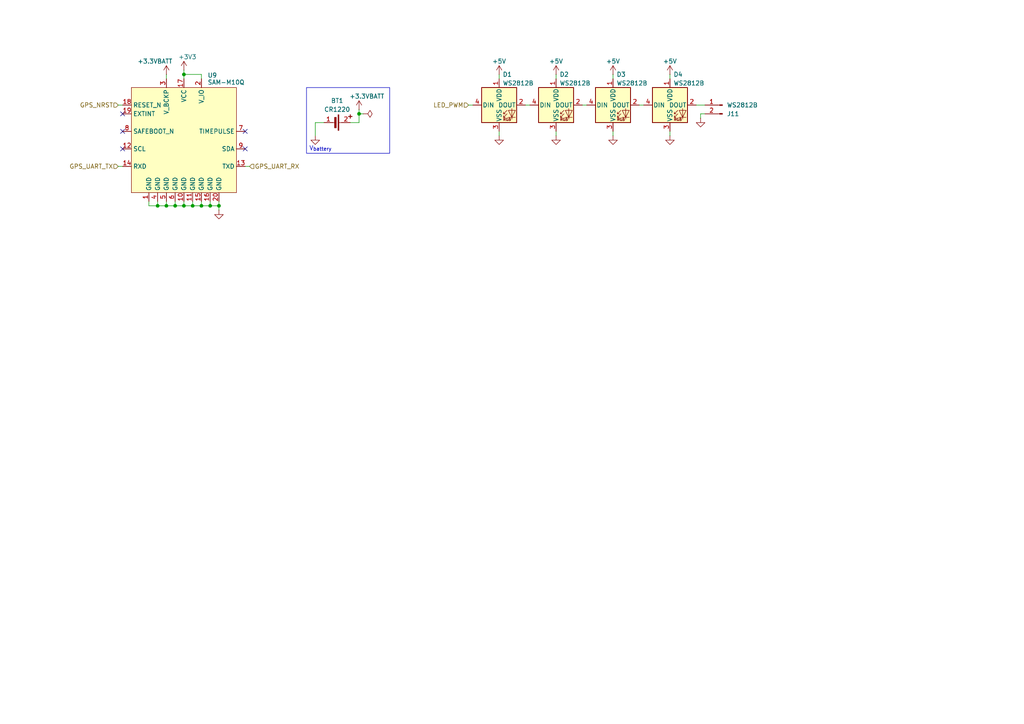
<source format=kicad_sch>
(kicad_sch (version 20231120) (generator "eeschema") (generator_version "8.0")
  (paper "A4")
  (title_block (title "Nerve PCB") (rev "0.1.0-alpha") (company "Daniel Jeon"))
  (lib_symbols
    (symbol "Connector:Conn_01x02_Pin" (pin_names (offset 1.016) hide)
      (property "Reference" "J" (at 0 2.54 0))
      (property "Value" "Conn_01x02_Pin" (at 0 -5.08 0))
      (symbol "Conn_01x02_Pin_1_1"
        (polyline (pts (xy 1.27 -2.54) (xy 0.8636 -2.54)) (stroke (width 0.1524)))
        (polyline (pts (xy 1.27 0) (xy 0.8636 0)) (stroke (width 0.1524)))
        (rectangle (start 0.8636 -2.413) (end 0 -2.667) (stroke (width 0.1524)) (fill (type outline)))
        (rectangle (start 0.8636 0.127) (end 0 -0.127) (stroke (width 0.1524)) (fill (type outline)))
        (pin passive line (at 5.08 0 180) (length 3.81) (name "Pin_1") (number "1"))
        (pin passive line (at 5.08 -2.54 180) (length 3.81) (name "Pin_2") (number "2"))
      )
    )
    (symbol "LED:WS2812B" (pin_names (offset 0.254))
      (property "Reference" "D" (at 5.08 5.715 0))
      (property "Value" "WS2812B" (at 1.27 -5.715 0))
      (symbol "WS2812B_0_0"
        (text "RGB" (at 2.286 -4.191 0) (effects (font (size 0.762 0.762))))
      )
      (symbol "WS2812B_0_1"
        (polyline (pts (xy 1.27 -3.556) (xy 1.778 -3.556)))
        (polyline (pts (xy 1.27 -2.54) (xy 1.778 -2.54)))
        (polyline (pts (xy 4.699 -3.556) (xy 2.667 -3.556)))
        (polyline (pts (xy 2.286 -2.54) (xy 1.27 -3.556) (xy 1.27 -3.048)))
        (polyline (pts (xy 2.286 -1.524) (xy 1.27 -2.54) (xy 1.27 -2.032)))
        (polyline (pts (xy 3.683 -1.016) (xy 3.683 -3.556) (xy 3.683 -4.064)))
        (polyline (pts (xy 4.699 -1.524) (xy 2.667 -1.524) (xy 3.683 -3.556) (xy 4.699 -1.524)))
        (rectangle (start 5.08 5.08) (end -5.08 -5.08) (stroke (width 0.254)) (fill (type background)))
      )
      (symbol "WS2812B_1_1"
        (pin power_in line (at 0 7.62 270) (length 2.54) (name "VDD") (number "1"))
        (pin output line (at 7.62 0 180) (length 2.54) (name "DOUT") (number "2"))
        (pin power_in line (at 0 -7.62 90) (length 2.54) (name "VSS") (number "3"))
        (pin input line (at -7.62 0 0) (length 2.54) (name "DIN") (number "4"))
      )
    )
    (symbol "common:harwin_s8411-45r_cr1220_battery" (pin_names (offset 1.016))
      (property "Reference" "BT" (at 0 6.35 0))
      (property "Value" "CR1220" (at 0 3.81 0))
      (symbol "harwin_s8411-45r_cr1220_battery_0_1"
        (rectangle (start -0.254 -1.524) (end -0.762 1.524) (fill (type outline)))
        (polyline (pts (xy -0.508 0) (xy -1.27 0)))
        (polyline (pts (xy 0.508 0) (xy 1.27 0)))
        (polyline (pts (xy 3.81 1.27) (xy 3.81 2.286)) (stroke (width 0.254)))
        (polyline (pts (xy 4.318 1.778) (xy 3.302 1.778)) (stroke (width 0.254)))
        (rectangle (start 0.254 2.286) (end 0.508 -2.286) (fill (type outline)))
      )
      (symbol "harwin_s8411-45r_cr1220_battery_1_1"
        (pin passive line (at -3.81 0 0) (length 2.54) (name "") (number "1"))
        (pin passive line (at 3.81 0 180) (length 2.54) (name "") (number "2"))
      )
    )
    (symbol "power:+3V3" (power) (pin_numbers hide) (pin_names (offset 0) hide)
      (property "Value" "+3V3" (at 0 3.556 0))
      (symbol "+3V3_0_1"
        (polyline (pts (xy -0.762 1.27) (xy 0 2.54)))
        (polyline (pts (xy 0 0) (xy 0 2.54)))
        (polyline (pts (xy 0 2.54) (xy 0.762 1.27)))
      )
      (symbol "+3V3_1_1"
        (pin power_in line (at 0 0 90) (length 0) (name "~") (number "1"))
      )
    )
    (symbol "power:+5V" (power) (pin_numbers hide) (pin_names (offset 0) hide)
      (property "Value" "+5V" (at 0 3.556 0))
      (symbol "+5V_0_1"
        (polyline (pts (xy -0.762 1.27) (xy 0 2.54)))
        (polyline (pts (xy 0 0) (xy 0 2.54)))
        (polyline (pts (xy 0 2.54) (xy 0.762 1.27)))
      )
      (symbol "+5V_1_1"
        (pin power_in line (at 0 0 90) (length 0) (name "~") (number "1"))
      )
    )
    (symbol "power:GND" (power) (pin_numbers hide) (pin_names (offset 0) hide)
      (property "Value" "GND" (at 0 -3.81 0))
      (symbol "GND_0_1"
        (polyline (pts (xy 0 0) (xy 0 -1.27) (xy 1.27 -1.27) (xy 0 -2.54) (xy -1.27 -1.27) (xy 0 -1.27)))
      )
      (symbol "GND_1_1"
        (pin power_in line (at 0 0 270) (length 0) (name "~") (number "1"))
      )
    )
    (symbol "power:PWR_FLAG" (power) (pin_numbers hide) (pin_names (offset 0) hide)
      (property "Value" "PWR_FLAG" (at 0 3.81 0))
      (symbol "PWR_FLAG_0_0"
        (pin power_out line (at 0 0 90) (length 0) (name "~") (number "1"))
      )
      (symbol "PWR_FLAG_0_1"
        (polyline (pts (xy 0 0) (xy 0 1.27) (xy -1.016 1.905) (xy 0 2.54) (xy 1.016 1.905) (xy 0 1.27)))
      )
    )
    (symbol "ublox:ublox_sam-m10q"
      (property "Reference" "U" (at 13.97 16.51 0))
      (symbol "ublox_sam-m10q_0_0"
        (pin power_in line (at -10.16 -17.78 90) (length 2.54) (name "GND") (number "1"))
        (pin power_in line (at 0 -17.78 90) (length 2.54) (name "GND") (number "10"))
        (pin power_in line (at 2.54 -17.78 90) (length 2.54) (name "GND") (number "11"))
        (pin input line (at -17.78 -2.54 0) (length 2.54) (name "SCL") (number "12"))
        (pin output line (at 17.78 -7.62 180) (length 2.54) (name "TXD") (number "13"))
        (pin input line (at -17.78 -7.62 0) (length 2.54) (name "RXD") (number "14"))
        (pin power_in line (at 5.08 -17.78 90) (length 2.54) (name "GND") (number "15"))
        (pin power_in line (at 7.62 -17.78 90) (length 2.54) (name "GND") (number "16"))
        (pin power_in line (at 0 17.78 270) (length 2.54) (name "VCC") (number "17"))
        (pin input line (at -17.78 10.16 0) (length 2.54) (name "RESET_N") (number "18"))
        (pin input line (at -17.78 7.62 0) (length 2.54) (name "EXTINT") (number "19"))
        (pin power_in line (at 5.08 17.78 270) (length 2.54) (name "V_IO") (number "2"))
        (pin power_in line (at 10.16 -17.78 90) (length 2.54) (name "GND") (number "20"))
        (pin power_in line (at -5.08 17.78 270) (length 2.54) (name "V_BCKP") (number "3"))
        (pin power_in line (at -7.62 -17.78 90) (length 2.54) (name "GND") (number "4"))
        (pin power_in line (at -5.08 -17.78 90) (length 2.54) (name "GND") (number "5"))
        (pin power_in line (at -2.54 -17.78 90) (length 2.54) (name "GND") (number "6"))
        (pin output line (at 17.78 2.54 180) (length 2.54) (name "TIMEPULSE") (number "7"))
        (pin input line (at -17.78 2.54 0) (length 2.54) (name "SAFEBOOT_N") (number "8"))
        (pin bidirectional line (at 17.78 -2.54 180) (length 2.54) (name "SDA") (number "9"))
      )
      (symbol "ublox_sam-m10q_1_1"
        (rectangle (start -15.24 15.24) (end 15.24 -15.24) (fill (type background)))
      )
    )
  )
  (junction (at 45.72 59.69))
  (junction (at 55.88 59.69))
  (junction (at 63.5 59.69))
  (junction (at 50.8 59.69))
  (junction (at 58.42 59.69))
  (junction (at 48.26 59.69))
  (junction (at 60.96 59.69))
  (junction (at 53.34 59.69))
  (junction (at 53.34 21.59))
  (junction (at 104.14 33.02))
  (no_connect (at 71.12 43.18))
  (no_connect (at 35.56 38.1))
  (no_connect (at 71.12 38.1))
  (no_connect (at 35.56 33.02))
  (no_connect (at 35.56 43.18))
  (wire (pts (xy 201.93 30.48) (xy 204.47 30.48)))
  (wire (pts (xy 104.14 33.02) (xy 104.14 35.56)))
  (wire (pts (xy 104.14 33.02) (xy 105.41 33.02)))
  (wire (pts (xy 50.8 58.42) (xy 50.8 59.69)))
  (wire (pts (xy 48.26 21.59) (xy 48.26 22.86)))
  (wire (pts (xy 185.42 30.48) (xy 186.69 30.48)))
  (wire (pts (xy 135.89 30.48) (xy 137.16 30.48)))
  (wire (pts (xy 63.5 59.69) (xy 63.5 60.96)))
  (wire (pts (xy 45.72 59.69) (xy 48.26 59.69)))
  (wire (pts (xy 58.42 59.69) (xy 60.96 59.69)))
  (wire (pts (xy 43.18 58.42) (xy 43.18 59.69)))
  (wire (pts (xy 91.44 35.56) (xy 91.44 39.37)))
  (wire (pts (xy 34.29 30.48) (xy 35.56 30.48)))
  (wire (pts (xy 168.91 30.48) (xy 170.18 30.48)))
  (wire (pts (xy 53.34 59.69) (xy 55.88 59.69)))
  (wire (pts (xy 194.31 38.1) (xy 194.31 39.37)))
  (wire (pts (xy 203.2 33.02) (xy 203.2 34.29)))
  (wire (pts (xy 194.31 21.59) (xy 194.31 22.86)))
  (wire (pts (xy 101.6 35.56) (xy 104.14 35.56)))
  (wire (pts (xy 63.5 58.42) (xy 63.5 59.69)))
  (wire (pts (xy 144.78 21.59) (xy 144.78 22.86)))
  (wire (pts (xy 161.29 38.1) (xy 161.29 39.37)))
  (wire (pts (xy 34.29 48.26) (xy 35.56 48.26)))
  (wire (pts (xy 152.4 30.48) (xy 153.67 30.48)))
  (wire (pts (xy 58.42 59.69) (xy 55.88 59.69)))
  (wire (pts (xy 58.42 21.59) (xy 53.34 21.59)))
  (wire (pts (xy 50.8 59.69) (xy 48.26 59.69)))
  (wire (pts (xy 71.12 48.26) (xy 72.39 48.26)))
  (wire (pts (xy 60.96 59.69) (xy 63.5 59.69)))
  (wire (pts (xy 60.96 58.42) (xy 60.96 59.69)))
  (wire (pts (xy 58.42 58.42) (xy 58.42 59.69)))
  (wire (pts (xy 55.88 58.42) (xy 55.88 59.69)))
  (wire (pts (xy 144.78 38.1) (xy 144.78 39.37)))
  (wire (pts (xy 177.8 38.1) (xy 177.8 39.37)))
  (wire (pts (xy 53.34 58.42) (xy 53.34 59.69)))
  (wire (pts (xy 53.34 21.59) (xy 53.34 22.86)))
  (wire (pts (xy 50.8 59.69) (xy 53.34 59.69)))
  (wire (pts (xy 104.14 31.75) (xy 104.14 33.02)))
  (wire (pts (xy 53.34 20.32) (xy 53.34 21.59)))
  (wire (pts (xy 48.26 58.42) (xy 48.26 59.69)))
  (wire (pts (xy 58.42 22.86) (xy 58.42 21.59)))
  (wire (pts (xy 91.44 35.56) (xy 93.98 35.56)))
  (wire (pts (xy 161.29 21.59) (xy 161.29 22.86)))
  (wire (pts (xy 203.2 33.02) (xy 204.47 33.02)))
  (wire (pts (xy 45.72 58.42) (xy 45.72 59.69)))
  (wire (pts (xy 177.8 21.59) (xy 177.8 22.86)))
  (wire (pts (xy 43.18 59.69) (xy 45.72 59.69)))
  (rectangle (start 88.9 25.4) (end 113.03 44.45))
  (text "V_{battery}" (at 89.662 42.418 0) (effects (font (size 1.27 1.27)) (justify left top)))
  (hierarchical_label "LED_PWM" (shape input) (at 135.89 30.48 180))
  (hierarchical_label "GPS_NRST" (shape input) (at 34.29 30.48 180))
  (hierarchical_label "GPS_UART_TX" (shape input) (at 34.29 48.26 180))
  (hierarchical_label "GPS_UART_RX" (shape input) (at 72.39 48.26 0))
  (symbol (lib_id "power:+5V") (at 194.31 21.59 0) (unit 1)
    (property "Reference" "#PWR075" (effects (hide yes)))
    (property "Value" "+5V" (at 194.31 17.78 0))
    (property "Description" "Power symbol creates a global label with name \"+5V\"" (effects (hide yes)))
  )
  (symbol (lib_id "Connector:Conn_01x02_Pin") (at 209.55 30.48 0) (mirror y) (unit 1)
    (property "Reference" "J11" (at 210.82 33.0201 0) (effects (justify right)))
    (property "Value" "WS2812B" (at 210.82 30.4801 0) (effects (justify right)))
    (property "Footprint" "Connector_PinHeader_2.54mm:PinHeader_1x02_P2.54mm_Vertical" (effects (hide yes)))
    (property "Description" "Generic connector, single row, 01x02, script generated" (effects (hide yes)))
  )
  (symbol (lib_id "power:GND") (at 161.29 39.37 0) (unit 1)
    (property "Reference" "#PWR080" (effects (hide yes)))
    (property "Value" "GND" (effects (hide yes)))
    (property "Description" "Power symbol creates a global label with name \"GND\" , ground" (effects (hide yes)))
  )
  (symbol (lib_id "power:+3V3") (at 53.34 20.32 0) (unit 1)
    (property "Reference" "#PWR070" (effects (hide yes)))
    (property "Value" "+3V3" (at 54.356 16.51 0))
    (property "Description" "Power symbol creates a global label with name \"+3V3\"" (effects (hide yes)))
  )
  (symbol (lib_id "power:GND") (at 91.44 39.37 0) (unit 1)
    (property "Reference" "#PWR078" (effects (hide yes)))
    (property "Value" "GND" (effects (hide yes)))
    (property "Description" "Power symbol creates a global label with name \"GND\" , ground" (effects (hide yes)))
  )
  (symbol (lib_id "LED:WS2812B") (at 194.31 30.48 0) (unit 1)
    (property "Reference" "D4" (at 195.326 21.59 0) (effects (justify left)))
    (property "Value" "WS2812B" (at 195.326 24.13 0) (effects (justify left)))
    (property "Footprint" "LED_SMD:LED_WS2812B_PLCC4_5.0x5.0mm_P3.2mm" (effects (hide yes)))
    (property "Datasheet" "https://cdn-shop.adafruit.com/datasheets/WS2812B.pdf" (effects (hide yes)))
    (property "Description" "RGB LED with integrated controller" (effects (hide yes)))
  )
  (symbol (lib_id "power:GND") (at 177.8 39.37 0) (unit 1)
    (property "Reference" "#PWR081" (effects (hide yes)))
    (property "Value" "GND" (effects (hide yes)))
    (property "Description" "Power symbol creates a global label with name \"GND\" , ground" (effects (hide yes)))
  )
  (symbol (lib_id "common:harwin_s8411-45r_cr1220_battery") (at 97.79 35.56 0) (unit 1)
    (property "Reference" "BT1" (at 97.79 29.21 0))
    (property "Value" "CR1220" (at 97.79 31.75 0))
    (property "Footprint" "common:harwin_s8411-45r_cr1220_battery" (effects (hide yes)))
    (property "Datasheet" "https://www.harwin.com/products/S8411-45R" (effects (hide yes)))
    (property "Description" "Battery Holder (Open) Coin, 12.0mm 1 Cell SMD (SMT) Tab" (effects (hide yes)))
    (property "Manufacturer" "Harwin" (effects (hide yes)))
    (property "Manufacturer Part Number" "S8411-45R" (effects (hide yes)))
    (property "Distributor" "DigiKey" (effects (hide yes)))
    (property "Distributor Part Number" "952-1745-1-ND" (effects (hide yes)))
    (property "Distributor Link" "https://www.digikey.ca/en/products/detail/harwin-inc/S8411-45R/3131055?s=N4IgTCBcDaIMoA4AsBGFBaJBWASiAugL5A" (effects (hide yes)))
  )
  (symbol (lib_id "power:+3V3") (at 104.14 31.75 0) (unit 1)
    (property "Reference" "#PWR076" (effects (hide yes)))
    (property "Value" "+3.3VBATT" (at 106.426 27.94 0))
    (property "Description" "Power symbol creates a global label with name \"+3V3\"" (effects (hide yes)))
  )
  (symbol (lib_id "power:GND") (at 144.78 39.37 0) (unit 1)
    (property "Reference" "#PWR079" (effects (hide yes)))
    (property "Value" "GND" (effects (hide yes)))
    (property "Description" "Power symbol creates a global label with name \"GND\" , ground" (effects (hide yes)))
  )
  (symbol (lib_id "LED:WS2812B") (at 177.8 30.48 0) (unit 1)
    (property "Reference" "D3" (at 178.816 21.59 0) (effects (justify left)))
    (property "Value" "WS2812B" (at 178.816 24.13 0) (effects (justify left)))
    (property "Footprint" "LED_SMD:LED_WS2812B_PLCC4_5.0x5.0mm_P3.2mm" (effects (hide yes)))
    (property "Datasheet" "https://cdn-shop.adafruit.com/datasheets/WS2812B.pdf" (effects (hide yes)))
    (property "Description" "RGB LED with integrated controller" (effects (hide yes)))
  )
  (symbol (lib_id "power:GND") (at 194.31 39.37 0) (unit 1)
    (property "Reference" "#PWR082" (effects (hide yes)))
    (property "Value" "GND" (effects (hide yes)))
    (property "Description" "Power symbol creates a global label with name \"GND\" , ground" (effects (hide yes)))
  )
  (symbol (lib_id "power:GND") (at 203.2 34.29 0) (unit 1)
    (property "Reference" "#PWR077" (effects (hide yes)))
    (property "Value" "GND" (effects (hide yes)))
    (property "Description" "Power symbol creates a global label with name \"GND\" , ground" (effects (hide yes)))
  )
  (symbol (lib_id "power:+3V3") (at 48.26 21.59 0) (unit 1)
    (property "Reference" "#PWR071" (effects (hide yes)))
    (property "Value" "+3.3VBATT" (at 44.958 17.78 0))
    (property "Description" "Power symbol creates a global label with name \"+3V3\"" (effects (hide yes)))
  )
  (symbol (lib_id "power:+5V") (at 161.29 21.59 0) (unit 1)
    (property "Reference" "#PWR073" (effects (hide yes)))
    (property "Value" "+5V" (at 161.29 17.78 0))
    (property "Description" "Power symbol creates a global label with name \"+5V\"" (effects (hide yes)))
  )
  (symbol (lib_id "power:+5V") (at 144.78 21.59 0) (unit 1)
    (property "Reference" "#PWR072" (effects (hide yes)))
    (property "Value" "+5V" (at 144.78 17.78 0))
    (property "Description" "Power symbol creates a global label with name \"+5V\"" (effects (hide yes)))
  )
  (symbol (lib_id "power:PWR_FLAG") (at 105.41 33.02 270) (unit 1)
    (property "Reference" "#FLG04" (effects (hide yes)))
    (property "Value" "PWR_FLAG" (effects (hide yes)))
    (property "Description" "Special symbol for telling ERC where power comes from" (effects (hide yes)))
  )
  (symbol (lib_id "LED:WS2812B") (at 144.78 30.48 0) (unit 1)
    (property "Reference" "D1" (at 145.796 21.59 0) (effects (justify left)))
    (property "Value" "WS2812B" (at 145.796 24.13 0) (effects (justify left)))
    (property "Footprint" "LED_SMD:LED_WS2812B_PLCC4_5.0x5.0mm_P3.2mm" (effects (hide yes)))
    (property "Datasheet" "https://cdn-shop.adafruit.com/datasheets/WS2812B.pdf" (effects (hide yes)))
    (property "Description" "RGB LED with integrated controller" (effects (hide yes)))
  )
  (symbol (lib_id "ublox:ublox_sam-m10q") (at 53.34 40.64 0) (unit 1)
    (property "Reference" "U9" (at 60.198 21.844 0) (effects (justify left)))
    (property "Value" "SAM-M10Q" (at 60.198 23.876 0) (effects (justify left)))
    (property "Footprint" "ublox:ublox_sam" (effects (hide yes)))
    (property "Datasheet" "https://www.u-blox.com/sites/default/files/documents/SAM-M10Q_DataSheet_UBX-22013293.pdf" (effects (hide yes)))
    (property "Description" "u-blox M10 standard precision GNSS antenna module" (effects (hide yes)))
    (property "Manufacturer" "u-Blox" (effects (hide yes)))
    (property "Manufacturer Part Number" "SAM-M10Q" (effects (hide yes)))
    (property "Distributor" "DigiKey" (effects (hide yes)))
    (property "Distributor Part Number" "672-SAM-M10Q-00BCT-ND" (effects (hide yes)))
    (property "Distributor Link" "https://www.digikey.ca/en/products/detail/u-blox/SAM-M10Q-00B/16672678?s=N4IgTCBcDaIMoEECyBaJBGADARRAXQF8g" (effects (hide yes)))
  )
  (symbol (lib_id "power:GND") (at 63.5 60.96 0) (unit 1)
    (property "Reference" "#PWR083" (effects (hide yes)))
    (property "Value" "GND" (effects (hide yes)))
    (property "Description" "Power symbol creates a global label with name \"GND\" , ground" (effects (hide yes)))
  )
  (symbol (lib_id "LED:WS2812B") (at 161.29 30.48 0) (unit 1)
    (property "Reference" "D2" (at 162.306 21.59 0) (effects (justify left)))
    (property "Value" "WS2812B" (at 162.306 24.13 0) (effects (justify left)))
    (property "Footprint" "LED_SMD:LED_WS2812B_PLCC4_5.0x5.0mm_P3.2mm" (effects (hide yes)))
    (property "Datasheet" "https://cdn-shop.adafruit.com/datasheets/WS2812B.pdf" (effects (hide yes)))
    (property "Description" "RGB LED with integrated controller" (effects (hide yes)))
  )
  (symbol (lib_id "power:+5V") (at 177.8 21.59 0) (unit 1)
    (property "Reference" "#PWR074" (effects (hide yes)))
    (property "Value" "+5V" (at 177.8 17.78 0))
    (property "Description" "Power symbol creates a global label with name \"+5V\"" (effects (hide yes)))
  )
)
</source>
